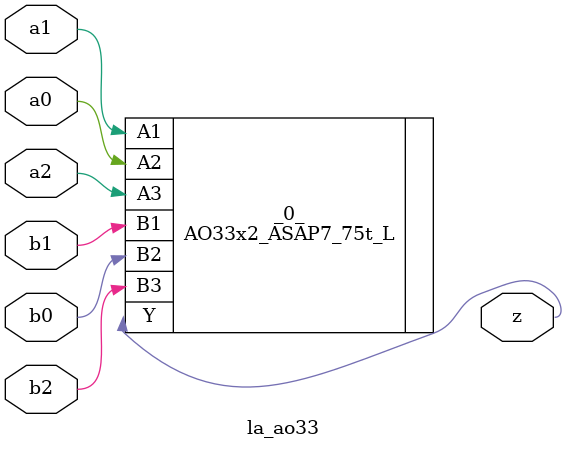
<source format=v>

/* Generated by Yosys 0.44 (git sha1 80ba43d26, g++ 11.4.0-1ubuntu1~22.04 -fPIC -O3) */

(* top =  1  *)
(* src = "inputs/la_ao33.v:10.1-24.10" *)
module la_ao33 (
    a0,
    a1,
    a2,
    b0,
    b1,
    b2,
    z
);
  (* src = "inputs/la_ao33.v:13.12-13.14" *)
  input a0;
  wire a0;
  (* src = "inputs/la_ao33.v:14.12-14.14" *)
  input a1;
  wire a1;
  (* src = "inputs/la_ao33.v:15.12-15.14" *)
  input a2;
  wire a2;
  (* src = "inputs/la_ao33.v:16.12-16.14" *)
  input b0;
  wire b0;
  (* src = "inputs/la_ao33.v:17.12-17.14" *)
  input b1;
  wire b1;
  (* src = "inputs/la_ao33.v:18.12-18.14" *)
  input b2;
  wire b2;
  (* src = "inputs/la_ao33.v:19.12-19.13" *)
  output z;
  wire z;
  AO33x2_ASAP7_75t_L _0_ (
      .A1(a1),
      .A2(a0),
      .A3(a2),
      .B1(b1),
      .B2(b0),
      .B3(b2),
      .Y (z)
  );
endmodule

</source>
